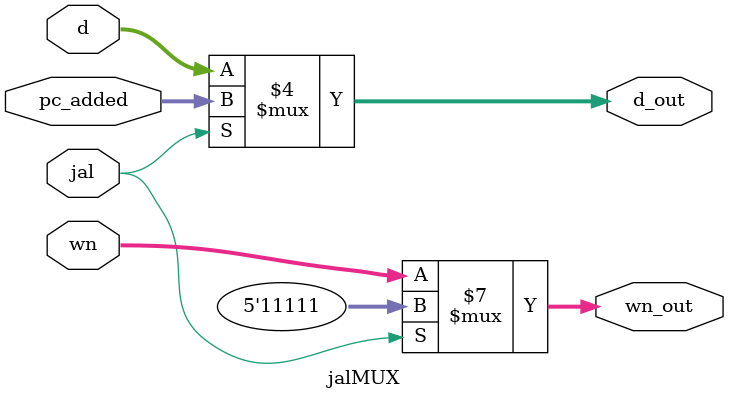
<source format=v>
`timescale 1ns / 1ps

module jalMUX
(
    input jal,
    input [31:00] d,
    input [4:00] wn,
    input [31:00] pc_added,
    output reg [31:00] d_out,
    output reg [4:00] wn_out
    );
    
    always @(*) begin
        if (jal == 1) begin
            wn_out = 31;
            d_out = pc_added;
        end
        else begin
            wn_out = wn;
            d_out = d;
        end   
    end
endmodule

</source>
